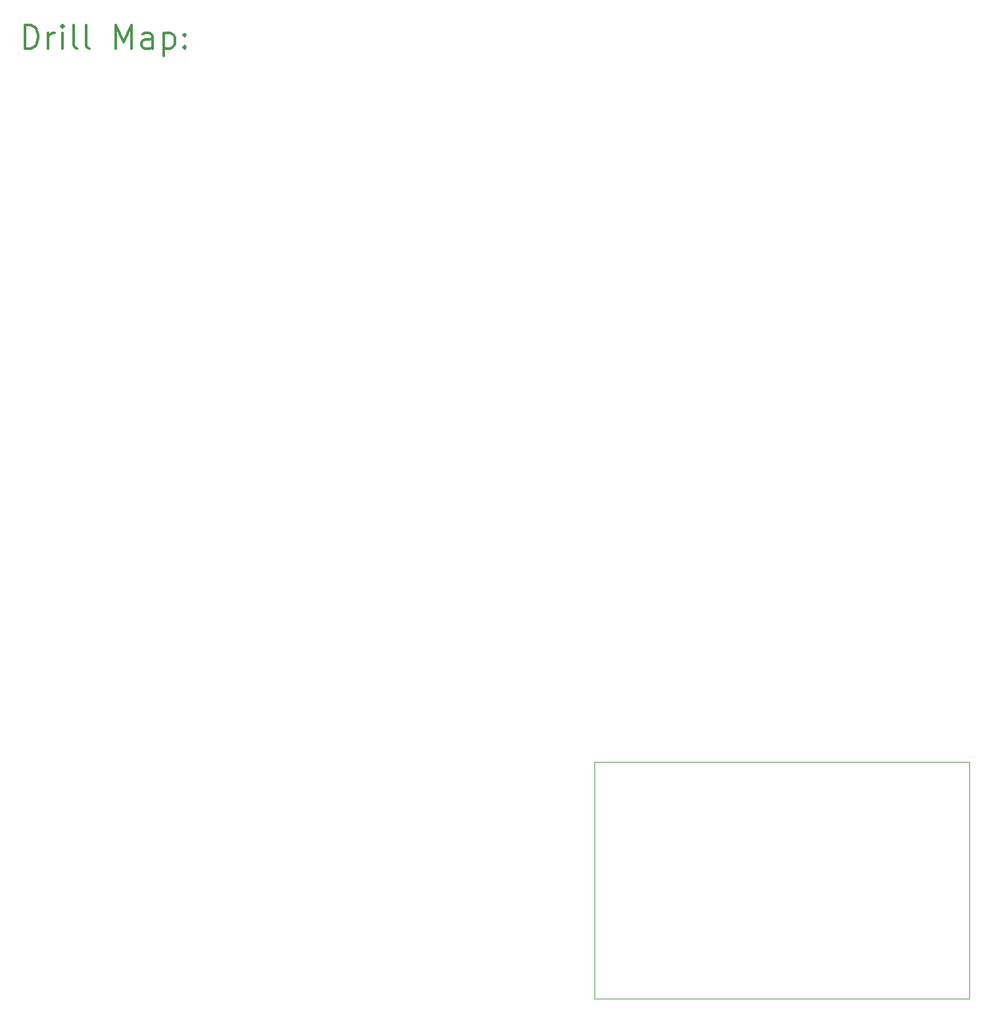
<source format=gbr>
%FSLAX45Y45*%
G04 Gerber Fmt 4.5, Leading zero omitted, Abs format (unit mm)*
G04 Created by KiCad (PCBNEW (5.1.10-1-10_14)) date 2021-10-31 20:44:57*
%MOMM*%
%LPD*%
G01*
G04 APERTURE LIST*
%TA.AperFunction,Profile*%
%ADD10C,0.050000*%
%TD*%
%ADD11C,0.200000*%
%ADD12C,0.300000*%
G04 APERTURE END LIST*
D10*
X12446000Y-12700000D02*
X7620000Y-12700000D01*
X12446000Y-9652000D02*
X12446000Y-12700000D01*
X7620000Y-9652000D02*
X12446000Y-9652000D01*
X7620000Y-12700000D02*
X7620000Y-9652000D01*
D11*
D12*
X286429Y-465714D02*
X286429Y-165714D01*
X357857Y-165714D01*
X400714Y-180000D01*
X429286Y-208571D01*
X443571Y-237143D01*
X457857Y-294286D01*
X457857Y-337143D01*
X443571Y-394286D01*
X429286Y-422857D01*
X400714Y-451428D01*
X357857Y-465714D01*
X286429Y-465714D01*
X586429Y-465714D02*
X586429Y-265714D01*
X586429Y-322857D02*
X600714Y-294286D01*
X615000Y-280000D01*
X643571Y-265714D01*
X672143Y-265714D01*
X772143Y-465714D02*
X772143Y-265714D01*
X772143Y-165714D02*
X757857Y-180000D01*
X772143Y-194286D01*
X786428Y-180000D01*
X772143Y-165714D01*
X772143Y-194286D01*
X957857Y-465714D02*
X929286Y-451428D01*
X915000Y-422857D01*
X915000Y-165714D01*
X1115000Y-465714D02*
X1086429Y-451428D01*
X1072143Y-422857D01*
X1072143Y-165714D01*
X1457857Y-465714D02*
X1457857Y-165714D01*
X1557857Y-380000D01*
X1657857Y-165714D01*
X1657857Y-465714D01*
X1929286Y-465714D02*
X1929286Y-308571D01*
X1915000Y-280000D01*
X1886428Y-265714D01*
X1829286Y-265714D01*
X1800714Y-280000D01*
X1929286Y-451428D02*
X1900714Y-465714D01*
X1829286Y-465714D01*
X1800714Y-451428D01*
X1786428Y-422857D01*
X1786428Y-394286D01*
X1800714Y-365714D01*
X1829286Y-351428D01*
X1900714Y-351428D01*
X1929286Y-337143D01*
X2072143Y-265714D02*
X2072143Y-565714D01*
X2072143Y-280000D02*
X2100714Y-265714D01*
X2157857Y-265714D01*
X2186429Y-280000D01*
X2200714Y-294286D01*
X2215000Y-322857D01*
X2215000Y-408571D01*
X2200714Y-437143D01*
X2186429Y-451428D01*
X2157857Y-465714D01*
X2100714Y-465714D01*
X2072143Y-451428D01*
X2343571Y-437143D02*
X2357857Y-451428D01*
X2343571Y-465714D01*
X2329286Y-451428D01*
X2343571Y-437143D01*
X2343571Y-465714D01*
X2343571Y-280000D02*
X2357857Y-294286D01*
X2343571Y-308571D01*
X2329286Y-294286D01*
X2343571Y-280000D01*
X2343571Y-308571D01*
M02*

</source>
